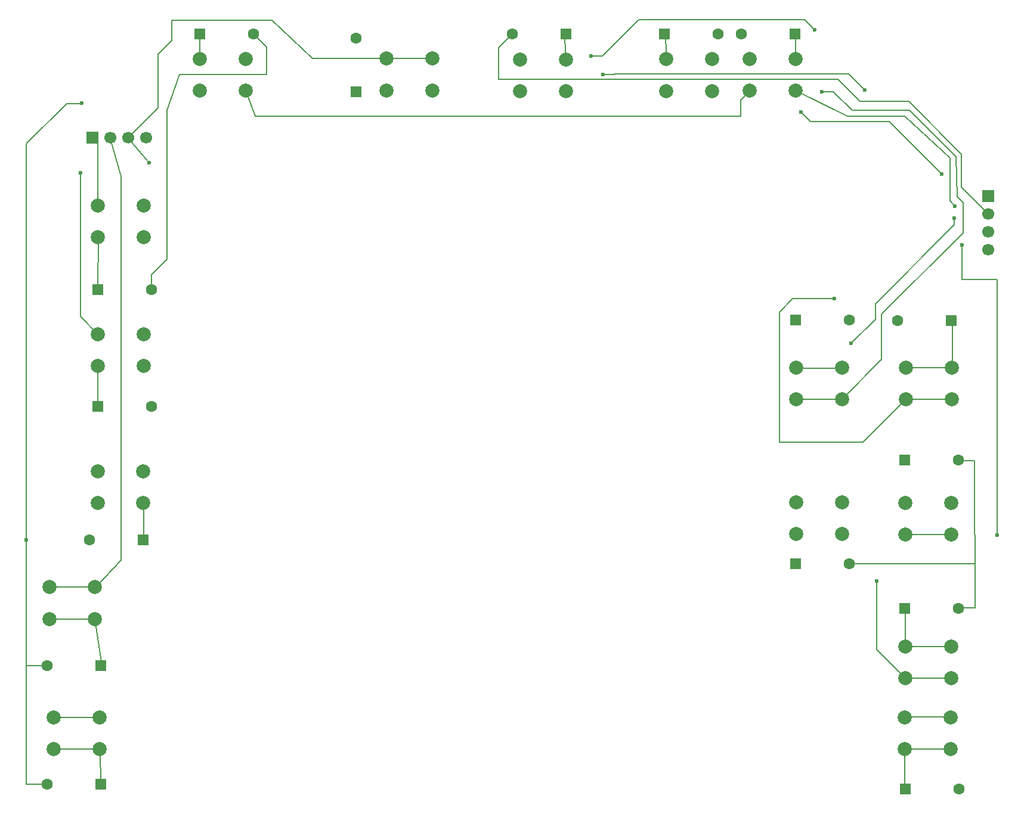
<source format=gtl>
%TF.GenerationSoftware,KiCad,Pcbnew,9.0.4*%
%TF.CreationDate,2025-08-28T03:03:01-06:00*%
%TF.ProjectId,ARC-210-Master-Board_V2.0,4152432d-3231-4302-9d4d-61737465722d,rev?*%
%TF.SameCoordinates,Original*%
%TF.FileFunction,Copper,L1,Top*%
%TF.FilePolarity,Positive*%
%FSLAX46Y46*%
G04 Gerber Fmt 4.6, Leading zero omitted, Abs format (unit mm)*
G04 Created by KiCad (PCBNEW 9.0.4) date 2025-08-28 03:03:01*
%MOMM*%
%LPD*%
G01*
G04 APERTURE LIST*
G04 Aperture macros list*
%AMRoundRect*
0 Rectangle with rounded corners*
0 $1 Rounding radius*
0 $2 $3 $4 $5 $6 $7 $8 $9 X,Y pos of 4 corners*
0 Add a 4 corners polygon primitive as box body*
4,1,4,$2,$3,$4,$5,$6,$7,$8,$9,$2,$3,0*
0 Add four circle primitives for the rounded corners*
1,1,$1+$1,$2,$3*
1,1,$1+$1,$4,$5*
1,1,$1+$1,$6,$7*
1,1,$1+$1,$8,$9*
0 Add four rect primitives between the rounded corners*
20,1,$1+$1,$2,$3,$4,$5,0*
20,1,$1+$1,$4,$5,$6,$7,0*
20,1,$1+$1,$6,$7,$8,$9,0*
20,1,$1+$1,$8,$9,$2,$3,0*%
G04 Aperture macros list end*
%TA.AperFunction,Conductor*%
%ADD10C,0.200000*%
%TD*%
%TA.AperFunction,ComponentPad*%
%ADD11C,2.000000*%
%TD*%
%TA.AperFunction,ComponentPad*%
%ADD12RoundRect,0.250000X-0.550000X-0.550000X0.550000X-0.550000X0.550000X0.550000X-0.550000X0.550000X0*%
%TD*%
%TA.AperFunction,ComponentPad*%
%ADD13C,1.600000*%
%TD*%
%TA.AperFunction,ComponentPad*%
%ADD14R,1.700000X1.700000*%
%TD*%
%TA.AperFunction,ComponentPad*%
%ADD15C,1.700000*%
%TD*%
%TA.AperFunction,ComponentPad*%
%ADD16RoundRect,0.250000X0.550000X0.550000X-0.550000X0.550000X-0.550000X-0.550000X0.550000X-0.550000X0*%
%TD*%
%TA.AperFunction,ComponentPad*%
%ADD17RoundRect,0.250000X0.550000X-0.550000X0.550000X0.550000X-0.550000X0.550000X-0.550000X-0.550000X0*%
%TD*%
%TA.AperFunction,ViaPad*%
%ADD18C,0.600000*%
%TD*%
G04 APERTURE END LIST*
D10*
%TO.N,Net-(D1-K)*%
X87980000Y-133190000D02*
X81410000Y-133190000D01*
%TO.N,Net-(J2-Pin_2)*%
X202300000Y-43250000D02*
X208700000Y-49200000D01*
%TO.N,Net-(J2-Pin_4)*%
X208960000Y-128640000D02*
X202579993Y-128640000D01*
%TO.N,Net-(D15-K)*%
X202370000Y-118590000D02*
X202370000Y-112890000D01*
%TO.N,Net-(J2-Pin_1)*%
X87920000Y-128660000D02*
X81269880Y-128660000D01*
%TO.N,Net-(D8-K)*%
X154030000Y-30820000D02*
X154150000Y-35100000D01*
%TO.N,Net-(D9-K)*%
X168370000Y-30980000D02*
X168430000Y-35090000D01*
%TO.N,Net-(J2-Pin_2)*%
X110110000Y-43240000D02*
X108870000Y-40060000D01*
%TO.N,Net-(D1-A)*%
X80550000Y-121300000D02*
X77580000Y-121300000D01*
%TO.N,Net-(D13-A)*%
X212260000Y-113110000D02*
X212220000Y-92220000D01*
%TO.N,Net-(J2-Pin_2)*%
X89540000Y-46500521D02*
X91045000Y-51826839D01*
%TO.N,Net-(D11-K)*%
X193380000Y-79060000D02*
X186864509Y-79060000D01*
%TO.N,Net-(J2-Pin_2)*%
X80920000Y-110170000D02*
X87440490Y-110170000D01*
%TO.N,Net-(D1-A)*%
X77610000Y-103490741D02*
X77580000Y-121300000D01*
%TO.N,Net-(D10-K)*%
X186810000Y-34490000D02*
X186820000Y-32180000D01*
%TO.N,Net-(J2-Pin_3)*%
X118200000Y-35090000D02*
X112450000Y-29650000D01*
%TO.N,Net-(D15-K)*%
X202370000Y-118590000D02*
X208690000Y-118590000D01*
%TO.N,Net-(J2-Pin_3)*%
X209550000Y-49000000D02*
X209750000Y-54700000D01*
%TO.N,Net-(D5-K)*%
X87760000Y-67850000D02*
X87790000Y-60420000D01*
%TO.N,Net-(J2-Pin_2)*%
X194150000Y-43250000D02*
X202300000Y-43250000D01*
%TO.N,Net-(D6-K)*%
X102250000Y-35120000D02*
X102250000Y-31650000D01*
%TO.N,Net-(D1-A)*%
X80500000Y-138160000D02*
X77569574Y-138160000D01*
%TO.N,Net-(J2-Pin_3)*%
X210550000Y-55500000D02*
X209750000Y-54700000D01*
%TO.N,Net-(D13-A)*%
X212260000Y-113110000D02*
X210680000Y-113110000D01*
%TO.N,Net-(D16-K)*%
X202330000Y-138820000D02*
X202260000Y-133160000D01*
%TO.N,Net-(D5-A)*%
X99340173Y-37370000D02*
X97536000Y-42418000D01*
%TO.N,Net-(J2-Pin_2)*%
X215403561Y-88480000D02*
X215403561Y-66499935D01*
X208700000Y-55303277D02*
X209421723Y-56025000D01*
%TO.N,Net-(D5-A)*%
X111659827Y-37370000D02*
X99340173Y-37370000D01*
%TO.N,Net-(J2-Pin_2)*%
X215403561Y-88480000D02*
X215450000Y-102760000D01*
%TO.N,Net-(J2-Pin_3)*%
X209550000Y-49000000D02*
X203000000Y-42450000D01*
%TO.N,Net-(D3-K)*%
X94280000Y-103380000D02*
X94280000Y-98199528D01*
%TO.N,Net-(J2-Pin_3)*%
X209030000Y-123120000D02*
X202289882Y-123120000D01*
%TO.N,Net-(J2-Pin_2)*%
X208700000Y-49200000D02*
X208700000Y-55303277D01*
%TO.N,Net-(J2-Pin_3)*%
X186870000Y-83490000D02*
X193430000Y-83470000D01*
%TO.N,Net-(J2-Pin_2)*%
X91045000Y-106313161D02*
X91045000Y-51826839D01*
%TO.N,Net-(D2-K)*%
X88300000Y-121310000D02*
X87350000Y-114680000D01*
%TO.N,Net-(D12-K)*%
X209020000Y-78980000D02*
X209020000Y-72120000D01*
%TO.N,Net-(J2-Pin_2)*%
X91045000Y-106313161D02*
X87440490Y-110170000D01*
%TO.N,Net-(J2-Pin_3)*%
X95030000Y-49890000D02*
X92040000Y-46420000D01*
%TO.N,Net-(D1-K)*%
X88200000Y-138310000D02*
X87980000Y-133190000D01*
%TO.N,Net-(D12-K)*%
X202440000Y-78980000D02*
X209020000Y-78980000D01*
%TO.N,Net-(J2-Pin_3)*%
X203000000Y-42450000D02*
X194900000Y-42450000D01*
%TO.N,Net-(D2-K)*%
X87350000Y-114680000D02*
X80890000Y-114680000D01*
%TO.N,Net-(D13-A)*%
X194370000Y-106850000D02*
X212270000Y-106840000D01*
%TO.N,Net-(J2-Pin_2)*%
X194150000Y-43250000D02*
X186817000Y-39624000D01*
X202580000Y-102710000D02*
X209090000Y-102710000D01*
%TO.N,Net-(D13-A)*%
X212220000Y-92220000D02*
X210290000Y-92220000D01*
%TO.N,Net-(D16-K)*%
X208830000Y-133150000D02*
X202259993Y-133150000D01*
%TO.N,Net-(J2-Pin_4)*%
X208990000Y-83440000D02*
X202489624Y-83440000D01*
%TO.N,Net-(J2-Pin_3)*%
X129140000Y-35045000D02*
X135815000Y-35045000D01*
%TO.N,Net-(D1-A)*%
X77580000Y-121300000D02*
X77569574Y-138160000D01*
%TD*%
D11*
%TO.P,SW10,1,1*%
%TO.N,Net-(D10-K)*%
X180310000Y-35160000D03*
X186810000Y-35160000D03*
%TO.P,SW10,2,2*%
%TO.N,Net-(J2-Pin_2)*%
X180310000Y-39660000D03*
X186810000Y-39660000D03*
%TD*%
%TO.P,SW14,1,1*%
%TO.N,Net-(D14-K)*%
X202350000Y-98200000D03*
X208850000Y-98200000D03*
%TO.P,SW14,2,2*%
%TO.N,Net-(J2-Pin_2)*%
X202350000Y-102700000D03*
X208850000Y-102700000D03*
%TD*%
%TO.P,SW1,1,1*%
%TO.N,Net-(D1-K)*%
X87980000Y-133190000D03*
X81480000Y-133190000D03*
%TO.P,SW1,2,2*%
%TO.N,Net-(J2-Pin_1)*%
X87980000Y-128690000D03*
X81480000Y-128690000D03*
%TD*%
%TO.P,SW2,1,1*%
%TO.N,Net-(D2-K)*%
X87350000Y-114680000D03*
X80850000Y-114680000D03*
%TO.P,SW2,2,2*%
%TO.N,Net-(J2-Pin_2)*%
X87350000Y-110180000D03*
X80850000Y-110180000D03*
%TD*%
%TO.P,SW7,1,1*%
%TO.N,Net-(D7-K)*%
X135200000Y-39590000D03*
X128700000Y-39590000D03*
%TO.P,SW7,2,2*%
%TO.N,Net-(J2-Pin_3)*%
X135200000Y-35090000D03*
X128700000Y-35090000D03*
%TD*%
%TO.P,SW3,1,1*%
%TO.N,Net-(D3-K)*%
X94210000Y-98200000D03*
X87710000Y-98200000D03*
%TO.P,SW3,2,2*%
%TO.N,Net-(J2-Pin_3)*%
X94210000Y-93700000D03*
X87710000Y-93700000D03*
%TD*%
%TO.P,SW11,1,1*%
%TO.N,Net-(D11-K)*%
X186865000Y-78980000D03*
X193365000Y-78980000D03*
%TO.P,SW11,2,2*%
%TO.N,Net-(J2-Pin_3)*%
X186865000Y-83480000D03*
X193365000Y-83480000D03*
%TD*%
%TO.P,SW8,1,1*%
%TO.N,Net-(D8-K)*%
X147670000Y-35190000D03*
X154170000Y-35190000D03*
%TO.P,SW8,2,2*%
%TO.N,Net-(J2-Pin_4)*%
X147670000Y-39690000D03*
X154170000Y-39690000D03*
%TD*%
%TO.P,SW16,1,1*%
%TO.N,Net-(D16-K)*%
X208830000Y-133150000D03*
X202330000Y-133150000D03*
%TO.P,SW16,2,2*%
%TO.N,Net-(J2-Pin_4)*%
X208830000Y-128650000D03*
X202330000Y-128650000D03*
%TD*%
%TO.P,SW5,1,1*%
%TO.N,Net-(D5-K)*%
X94260000Y-60420000D03*
X87760000Y-60420000D03*
%TO.P,SW5,2,2*%
%TO.N,Net-(J2-Pin_1)*%
X94260000Y-55920000D03*
X87760000Y-55920000D03*
%TD*%
%TO.P,SW9,1,1*%
%TO.N,Net-(D9-K)*%
X168440000Y-35170000D03*
X174940000Y-35170000D03*
%TO.P,SW9,2,2*%
%TO.N,Net-(J2-Pin_1)*%
X168440000Y-39670000D03*
X174940000Y-39670000D03*
%TD*%
%TO.P,SW12,1,1*%
%TO.N,Net-(D12-K)*%
X202440000Y-78980000D03*
X208940000Y-78980000D03*
%TO.P,SW12,2,2*%
%TO.N,Net-(J2-Pin_4)*%
X202440000Y-83480000D03*
X208940000Y-83480000D03*
%TD*%
%TO.P,SW6,1,1*%
%TO.N,Net-(D6-K)*%
X102250000Y-35120000D03*
X108750000Y-35120000D03*
%TO.P,SW6,2,2*%
%TO.N,Net-(J2-Pin_2)*%
X102250000Y-39620000D03*
X108750000Y-39620000D03*
%TD*%
%TO.P,SW15,1,1*%
%TO.N,Net-(D15-K)*%
X202370000Y-118590000D03*
X208870000Y-118590000D03*
%TO.P,SW15,2,2*%
%TO.N,Net-(J2-Pin_3)*%
X202370000Y-123090000D03*
X208870000Y-123090000D03*
%TD*%
%TO.P,SW13,1,1*%
%TO.N,Net-(D13-K)*%
X193390000Y-102650000D03*
X186890000Y-102650000D03*
%TO.P,SW13,2,2*%
%TO.N,Net-(J2-Pin_1)*%
X193390000Y-98150000D03*
X186890000Y-98150000D03*
%TD*%
%TO.P,SW4,1,1*%
%TO.N,Net-(D4-K)*%
X94270000Y-78770000D03*
X87770000Y-78770000D03*
%TO.P,SW4,2,2*%
%TO.N,Net-(J2-Pin_4)*%
X94270000Y-74270000D03*
X87770000Y-74270000D03*
%TD*%
D12*
%TO.P,D11,1,K*%
%TO.N,Net-(D11-K)*%
X186790000Y-72240000D03*
D13*
%TO.P,D11,2,A*%
%TO.N,Net-(D10-A)*%
X194410000Y-72240000D03*
%TD*%
D12*
%TO.P,D16,1,K*%
%TO.N,Net-(D16-K)*%
X202350000Y-138850000D03*
D13*
%TO.P,D16,2,A*%
%TO.N,Net-(D13-A)*%
X209970000Y-138850000D03*
%TD*%
D12*
%TO.P,D9,1,K*%
%TO.N,Net-(D9-K)*%
X168140000Y-31570000D03*
D13*
%TO.P,D9,2,A*%
%TO.N,Net-(D10-A)*%
X175760000Y-31570000D03*
%TD*%
D14*
%TO.P,J2,1,Pin_1*%
%TO.N,Net-(J2-Pin_1)*%
X86990000Y-46340000D03*
D15*
%TO.P,J2,2,Pin_2*%
%TO.N,Net-(J2-Pin_2)*%
X89530000Y-46340000D03*
%TO.P,J2,3,Pin_3*%
%TO.N,Net-(J2-Pin_3)*%
X92070000Y-46340000D03*
%TO.P,J2,4,Pin_4*%
%TO.N,Net-(J2-Pin_4)*%
X94610000Y-46340000D03*
%TD*%
D12*
%TO.P,D15,1,K*%
%TO.N,Net-(D15-K)*%
X202300000Y-113160000D03*
D13*
%TO.P,D15,2,A*%
%TO.N,Net-(D13-A)*%
X209920000Y-113160000D03*
%TD*%
D16*
%TO.P,D3,1,K*%
%TO.N,Net-(D3-K)*%
X94180000Y-103420000D03*
D13*
%TO.P,D3,2,A*%
%TO.N,Net-(D1-A)*%
X86560000Y-103420000D03*
%TD*%
D14*
%TO.P,J1,1,Pin_1*%
%TO.N,Net-(D1-A)*%
X214150000Y-54570000D03*
D15*
%TO.P,J1,2,Pin_2*%
%TO.N,Net-(D5-A)*%
X214150000Y-57110000D03*
%TO.P,J1,3,Pin_3*%
%TO.N,Net-(D10-A)*%
X214150000Y-59650000D03*
%TO.P,J1,4,Pin_4*%
%TO.N,Net-(D13-A)*%
X214150000Y-62190000D03*
%TD*%
D16*
%TO.P,D10,1,K*%
%TO.N,Net-(D10-K)*%
X186750000Y-31560000D03*
D13*
%TO.P,D10,2,A*%
%TO.N,Net-(D10-A)*%
X179130000Y-31560000D03*
%TD*%
D12*
%TO.P,D4,1,K*%
%TO.N,Net-(D4-K)*%
X87730000Y-84470000D03*
D13*
%TO.P,D4,2,A*%
%TO.N,Net-(D1-A)*%
X95350000Y-84470000D03*
%TD*%
D16*
%TO.P,D1,1,K*%
%TO.N,Net-(D1-K)*%
X88120000Y-138170000D03*
D13*
%TO.P,D1,2,A*%
%TO.N,Net-(D1-A)*%
X80500000Y-138170000D03*
%TD*%
D12*
%TO.P,D6,1,K*%
%TO.N,Net-(D6-K)*%
X102180000Y-31590000D03*
D13*
%TO.P,D6,2,A*%
%TO.N,Net-(D5-A)*%
X109800000Y-31590000D03*
%TD*%
D12*
%TO.P,D5,1,K*%
%TO.N,Net-(D5-K)*%
X87700000Y-67880000D03*
D13*
%TO.P,D5,2,A*%
%TO.N,Net-(D5-A)*%
X95320000Y-67880000D03*
%TD*%
D17*
%TO.P,D7,1,K*%
%TO.N,Net-(D7-K)*%
X124380000Y-39770000D03*
D13*
%TO.P,D7,2,A*%
%TO.N,Net-(D5-A)*%
X124380000Y-32150000D03*
%TD*%
D12*
%TO.P,D13,1,K*%
%TO.N,Net-(D13-K)*%
X186790000Y-106820000D03*
D13*
%TO.P,D13,2,A*%
%TO.N,Net-(D13-A)*%
X194410000Y-106820000D03*
%TD*%
D16*
%TO.P,D12,1,K*%
%TO.N,Net-(D12-K)*%
X208890000Y-72260000D03*
D13*
%TO.P,D12,2,A*%
%TO.N,Net-(D10-A)*%
X201270000Y-72260000D03*
%TD*%
D16*
%TO.P,D2,1,K*%
%TO.N,Net-(D2-K)*%
X88120000Y-121340000D03*
D13*
%TO.P,D2,2,A*%
%TO.N,Net-(D1-A)*%
X80500000Y-121340000D03*
%TD*%
D12*
%TO.P,D14,1,K*%
%TO.N,Net-(D14-K)*%
X202300000Y-92150000D03*
D13*
%TO.P,D14,2,A*%
%TO.N,Net-(D13-A)*%
X209920000Y-92150000D03*
%TD*%
D16*
%TO.P,D8,1,K*%
%TO.N,Net-(D8-K)*%
X154160000Y-31560000D03*
D13*
%TO.P,D8,2,A*%
%TO.N,Net-(D5-A)*%
X146540000Y-31560000D03*
%TD*%
D18*
%TO.N,Net-(D1-A)*%
X85412500Y-41437500D03*
X159450000Y-37338000D03*
X77610000Y-103420000D03*
X196596000Y-39497000D03*
%TO.N,Net-(D10-A)*%
X207518000Y-51435000D03*
X187579000Y-42672000D03*
%TO.N,Net-(J2-Pin_4)*%
X85250000Y-51290000D03*
X192325000Y-69175000D03*
%TO.N,Net-(J2-Pin_2)*%
X215450000Y-102760000D03*
X210400000Y-61550000D03*
X209375000Y-56025000D03*
%TO.N,Net-(J2-Pin_3)*%
X95030000Y-49890000D03*
X198340000Y-109300000D03*
X190500000Y-39751000D03*
X189484000Y-30988000D03*
X157734000Y-34671000D03*
%TO.N,Net-(J2-Pin_1)*%
X209350000Y-57725000D03*
X194700000Y-75525000D03*
%TD*%
D10*
%TO.N,Net-(D1-A)*%
X161095000Y-37270000D02*
X194369000Y-37270000D01*
X77610000Y-47180000D02*
X77610000Y-103490741D01*
X83290000Y-41500000D02*
X77610000Y-47180000D01*
X159450000Y-37338000D02*
X161027000Y-37338000D01*
X194369000Y-37270000D02*
X196596000Y-39497000D01*
X161027000Y-37338000D02*
X161095000Y-37270000D01*
X161090000Y-37270000D02*
X161095000Y-37270000D01*
X85350000Y-41500000D02*
X83290000Y-41500000D01*
X85412500Y-41437500D02*
X85350000Y-41500000D01*
%TO.N,Net-(D4-K)*%
X87730000Y-78810000D02*
X87770000Y-78770000D01*
X87730000Y-84470000D02*
X87730000Y-78810000D01*
%TO.N,Net-(D5-A)*%
X97520000Y-63620000D02*
X97520000Y-42450000D01*
X95320000Y-65820000D02*
X97520000Y-63620000D01*
X95320000Y-67880000D02*
X95320000Y-65820000D01*
X210350000Y-48650000D02*
X202870000Y-41170000D01*
X144617000Y-33483000D02*
X146540000Y-31560000D01*
X111659827Y-33449827D02*
X111659827Y-37370000D01*
X195980000Y-41170000D02*
X192783000Y-37973000D01*
X192783000Y-37973000D02*
X144617000Y-37973000D01*
X210350000Y-53310000D02*
X210350000Y-48650000D01*
X144617000Y-37973000D02*
X144617000Y-33483000D01*
X202870000Y-41170000D02*
X195980000Y-41170000D01*
X145950000Y-32150000D02*
X146540000Y-31560000D01*
X109800000Y-31590000D02*
X111659827Y-33449827D01*
X214150000Y-57110000D02*
X210350000Y-53310000D01*
%TO.N,Net-(D10-A)*%
X207287672Y-51204672D02*
X207279672Y-51204672D01*
X200075000Y-44000000D02*
X188907000Y-44000000D01*
X207279672Y-51204672D02*
X200075000Y-44000000D01*
X207518000Y-51435000D02*
X207287672Y-51204672D01*
X188907000Y-44000000D02*
X187579000Y-42672000D01*
%TO.N,Net-(J2-Pin_4)*%
X186375000Y-69175000D02*
X184475000Y-71075000D01*
X184475000Y-89600000D02*
X196320000Y-89600000D01*
X87770000Y-74270000D02*
X85250000Y-71750000D01*
X196320000Y-89600000D02*
X202440000Y-83480000D01*
X192325000Y-69175000D02*
X186375000Y-69175000D01*
X85250000Y-51290000D02*
X85250000Y-51300000D01*
X85250000Y-71750000D02*
X85250000Y-51290000D01*
X184475000Y-71075000D02*
X184475000Y-89600000D01*
%TO.N,Net-(J2-Pin_2)*%
X178969000Y-43230000D02*
X178969000Y-41001000D01*
X210400000Y-61550000D02*
X210400000Y-66475000D01*
X210400000Y-66475000D02*
X210424935Y-66499935D01*
X210424935Y-66499935D02*
X215403561Y-66499935D01*
X178969000Y-41001000D02*
X180310000Y-39660000D01*
X178969000Y-43230000D02*
X110111000Y-43230000D01*
%TO.N,Net-(J2-Pin_3)*%
X192147000Y-39751000D02*
X190500000Y-39751000D01*
X194814000Y-42418000D02*
X192147000Y-39751000D01*
X98250000Y-32550000D02*
X98250000Y-29630000D01*
X188056000Y-29560000D02*
X189484000Y-30988000D01*
X157734000Y-34671000D02*
X159399000Y-34671000D01*
X159399000Y-34671000D02*
X164510000Y-29560000D01*
X98250000Y-29630000D02*
X112510000Y-29630000D01*
X210566000Y-55499000D02*
X210566000Y-59817000D01*
X96320000Y-34480000D02*
X98250000Y-32550000D01*
X199009000Y-71374000D02*
X199009000Y-77836000D01*
X96320000Y-42090000D02*
X96320000Y-34480000D01*
X202370000Y-123090000D02*
X198340000Y-119060000D01*
X128700000Y-35090000D02*
X118210000Y-35090000D01*
X199009000Y-77836000D02*
X193365000Y-83480000D01*
X198340000Y-119060000D02*
X198340000Y-109300000D01*
X210566000Y-59817000D02*
X199009000Y-71374000D01*
X92070000Y-46340000D02*
X96320000Y-42090000D01*
X164510000Y-29560000D02*
X188056000Y-29560000D01*
%TO.N,Net-(J2-Pin_1)*%
X87760000Y-55920000D02*
X87760000Y-47110000D01*
X209350000Y-58650000D02*
X209350000Y-57725000D01*
X87760000Y-47110000D02*
X86990000Y-46340000D01*
X198100000Y-69900000D02*
X209350000Y-58650000D01*
X198100000Y-69900000D02*
X198100000Y-72125000D01*
X198100000Y-72125000D02*
X194700000Y-75525000D01*
%TD*%
M02*

</source>
